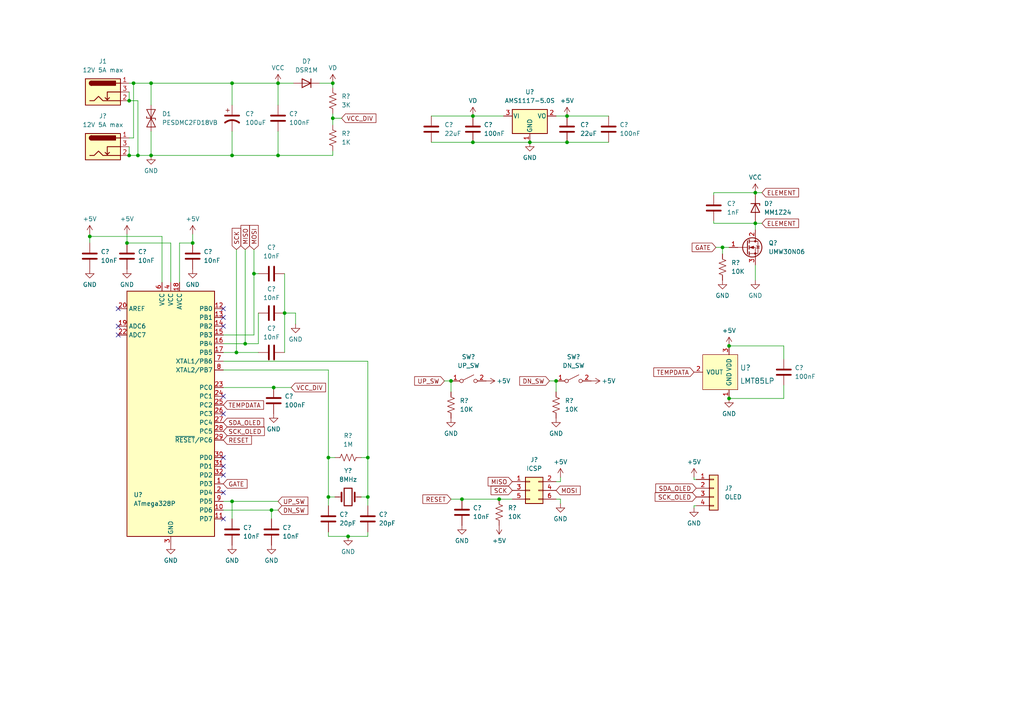
<source format=kicad_sch>
(kicad_sch (version 20211123) (generator eeschema)
  (paper "A4")
  (lib_symbols
    (symbol "Connector:Barrel_Jack_Switch" (pin_names hide)
      (property "Reference" "J" (at 0 5.334 0))
      (property "Value" "Barrel_Jack_Switch" (at 0 -5.08 0))
      (symbol "Barrel_Jack_Switch_0_1"
        (rectangle (start -5.08 3.81) (end 5.08 -3.81) (stroke (width 0.254)) (fill (type background)))
        (arc (start -3.302 3.175) (mid -3.937 2.54) (end -3.302 1.905) (stroke (width 0.254)))
        (arc (start -3.302 3.175) (mid -3.937 2.54) (end -3.302 1.905) (stroke (width 0.254)) (fill (type outline)))
        (polyline (pts (xy 1.27 -2.286) (xy 1.905 -1.651)) (stroke (width 0.254)))
        (polyline (pts (xy 5.08 2.54) (xy 3.81 2.54)) (stroke (width 0.254)))
        (polyline (pts (xy 5.08 0) (xy 1.27 0) (xy 1.27 -2.286) (xy 0.635 -1.651)) (stroke (width 0.254)))
        (polyline (pts (xy -3.81 -2.54) (xy -2.54 -2.54) (xy -1.27 -1.27) (xy 0 -2.54) (xy 2.54 -2.54) (xy 5.08 -2.54)) (stroke (width 0.254)))
        (rectangle (start 3.683 3.175) (end -3.302 1.905) (stroke (width 0.254)) (fill (type outline)))
      )
      (symbol "Barrel_Jack_Switch_1_1"
        (pin passive line (at 7.62 2.54 180) (length 2.54) (name "~") (number "1"))
        (pin passive line (at 7.62 -2.54 180) (length 2.54) (name "~") (number "2"))
        (pin passive line (at 7.62 0 180) (length 2.54) (name "~") (number "3"))
      )
    )
    (symbol "Connector_Generic:Conn_01x04" (pin_names (offset 1.016) hide)
      (property "Reference" "J" (at 0 5.08 0))
      (property "Value" "Conn_01x04" (at 0 -7.62 0))
      (symbol "Conn_01x04_1_1"
        (rectangle (start -1.27 -4.953) (end 0 -5.207) (stroke (width 0.1524)))
        (rectangle (start -1.27 -2.413) (end 0 -2.667) (stroke (width 0.1524)))
        (rectangle (start -1.27 0.127) (end 0 -0.127) (stroke (width 0.1524)))
        (rectangle (start -1.27 2.667) (end 0 2.413) (stroke (width 0.1524)))
        (rectangle (start -1.27 3.81) (end 1.27 -6.35) (stroke (width 0.254)) (fill (type background)))
        (pin passive line (at -5.08 2.54 0) (length 3.81) (name "Pin_1") (number "1"))
        (pin passive line (at -5.08 0 0) (length 3.81) (name "Pin_2") (number "2"))
        (pin passive line (at -5.08 -2.54 0) (length 3.81) (name "Pin_3") (number "3"))
        (pin passive line (at -5.08 -5.08 0) (length 3.81) (name "Pin_4") (number "4"))
      )
    )
    (symbol "Connector_Generic:Conn_02x03_Odd_Even" (pin_names (offset 1.016) hide)
      (property "Reference" "J" (at 1.27 5.08 0))
      (property "Value" "Conn_02x03_Odd_Even" (at 1.27 -5.08 0))
      (symbol "Conn_02x03_Odd_Even_1_1"
        (rectangle (start -1.27 -2.413) (end 0 -2.667) (stroke (width 0.1524)))
        (rectangle (start -1.27 0.127) (end 0 -0.127) (stroke (width 0.1524)))
        (rectangle (start -1.27 2.667) (end 0 2.413) (stroke (width 0.1524)))
        (rectangle (start -1.27 3.81) (end 3.81 -3.81) (stroke (width 0.254)) (fill (type background)))
        (rectangle (start 3.81 -2.413) (end 2.54 -2.667) (stroke (width 0.1524)))
        (rectangle (start 3.81 0.127) (end 2.54 -0.127) (stroke (width 0.1524)))
        (rectangle (start 3.81 2.667) (end 2.54 2.413) (stroke (width 0.1524)))
        (pin passive line (at -5.08 2.54 0) (length 3.81) (name "Pin_1") (number "1"))
        (pin passive line (at 7.62 2.54 180) (length 3.81) (name "Pin_2") (number "2"))
        (pin passive line (at -5.08 0 0) (length 3.81) (name "Pin_3") (number "3"))
        (pin passive line (at 7.62 0 180) (length 3.81) (name "Pin_4") (number "4"))
        (pin passive line (at -5.08 -2.54 0) (length 3.81) (name "Pin_5") (number "5"))
        (pin passive line (at 7.62 -2.54 180) (length 3.81) (name "Pin_6") (number "6"))
      )
    )
    (symbol "Device:C" (pin_numbers hide) (pin_names (offset 0.254))
      (property "Reference" "C" (at 0.635 2.54 0))
      (property "Value" "C" (at 0.635 -2.54 0))
      (symbol "C_0_1"
        (polyline (pts (xy -2.032 -0.762) (xy 2.032 -0.762)) (stroke (width 0.508)))
        (polyline (pts (xy -2.032 0.762) (xy 2.032 0.762)) (stroke (width 0.508)))
      )
      (symbol "C_1_1"
        (pin passive line (at 0 3.81 270) (length 2.794) (name "~") (number "1"))
        (pin passive line (at 0 -3.81 90) (length 2.794) (name "~") (number "2"))
      )
    )
    (symbol "Device:C_Polarized_US" (pin_numbers hide) (pin_names (offset 0.254) hide)
      (property "Reference" "C" (at 0.635 2.54 0))
      (property "Value" "C_Polarized_US" (at 0.635 -2.54 0))
      (symbol "C_Polarized_US_0_1"
        (polyline (pts (xy -2.032 0.762) (xy 2.032 0.762)) (stroke (width 0.508)))
        (polyline (pts (xy -1.778 2.286) (xy -0.762 2.286)))
        (polyline (pts (xy -1.27 1.778) (xy -1.27 2.794)))
        (arc (start 2.032 -1.27) (mid 0 -0.5572) (end -2.032 -1.27) (stroke (width 0.508)))
      )
      (symbol "C_Polarized_US_1_1"
        (pin passive line (at 0 3.81 270) (length 2.794) (name "~") (number "1"))
        (pin passive line (at 0 -3.81 90) (length 3.302) (name "~") (number "2"))
      )
    )
    (symbol "Device:Crystal" (pin_numbers hide) (pin_names (offset 1.016) hide)
      (property "Reference" "Y" (at 0 3.81 0))
      (property "Value" "Crystal" (at 0 -3.81 0))
      (symbol "Crystal_0_1"
        (rectangle (start -1.143 2.54) (end 1.143 -2.54) (stroke (width 0.3048)))
        (polyline (pts (xy -2.54 0) (xy -1.905 0)))
        (polyline (pts (xy -1.905 -1.27) (xy -1.905 1.27)) (stroke (width 0.508)))
        (polyline (pts (xy 1.905 -1.27) (xy 1.905 1.27)) (stroke (width 0.508)))
        (polyline (pts (xy 2.54 0) (xy 1.905 0)))
      )
      (symbol "Crystal_1_1"
        (pin passive line (at -3.81 0 0) (length 1.27) (name "1") (number "1"))
        (pin passive line (at 3.81 0 180) (length 1.27) (name "2") (number "2"))
      )
    )
    (symbol "Device:D" (pin_numbers hide) (pin_names (offset 1.016) hide)
      (property "Reference" "D" (at 0 2.54 0))
      (property "Value" "D" (at 0 -2.54 0))
      (symbol "D_0_1"
        (polyline (pts (xy -1.27 1.27) (xy -1.27 -1.27)) (stroke (width 0.254)))
        (polyline (pts (xy 1.27 0) (xy -1.27 0)))
        (polyline (pts (xy 1.27 1.27) (xy 1.27 -1.27) (xy -1.27 0) (xy 1.27 1.27)) (stroke (width 0.254)))
      )
      (symbol "D_1_1"
        (pin passive line (at -3.81 0 0) (length 2.54) (name "K") (number "1"))
        (pin passive line (at 3.81 0 180) (length 2.54) (name "A") (number "2"))
      )
    )
    (symbol "Device:D_Zener" (pin_numbers hide) (pin_names (offset 1.016) hide)
      (property "Reference" "D" (at 0 2.54 0))
      (property "Value" "D_Zener" (at 0 -2.54 0))
      (symbol "D_Zener_0_1"
        (polyline (pts (xy 1.27 0) (xy -1.27 0)))
        (polyline (pts (xy -1.27 -1.27) (xy -1.27 1.27) (xy -0.762 1.27)) (stroke (width 0.254)))
        (polyline (pts (xy 1.27 -1.27) (xy 1.27 1.27) (xy -1.27 0) (xy 1.27 -1.27)) (stroke (width 0.254)))
      )
      (symbol "D_Zener_1_1"
        (pin passive line (at -3.81 0 0) (length 2.54) (name "K") (number "1"))
        (pin passive line (at 3.81 0 180) (length 2.54) (name "A") (number "2"))
      )
    )
    (symbol "Device:R_US" (pin_numbers hide) (pin_names (offset 0))
      (property "Reference" "R" (at 2.54 0 90))
      (property "Value" "R_US" (at -2.54 0 90))
      (symbol "R_US_0_1"
        (polyline (pts (xy 0 -2.286) (xy 0 -2.54)))
        (polyline (pts (xy 0 2.286) (xy 0 2.54)))
        (polyline (pts (xy 0 -0.762) (xy 1.016 -1.143) (xy 0 -1.524) (xy -1.016 -1.905) (xy 0 -2.286)))
        (polyline (pts (xy 0 0.762) (xy 1.016 0.381) (xy 0 0) (xy -1.016 -0.381) (xy 0 -0.762)))
        (polyline (pts (xy 0 2.286) (xy 1.016 1.905) (xy 0 1.524) (xy -1.016 1.143) (xy 0 0.762)))
      )
      (symbol "R_US_1_1"
        (pin passive line (at 0 3.81 270) (length 1.27) (name "~") (number "1"))
        (pin passive line (at 0 -3.81 90) (length 1.27) (name "~") (number "2"))
      )
    )
    (symbol "Diode:ESD9B3.3ST5G" (pin_numbers hide) (pin_names (offset 1.016) hide)
      (property "Reference" "D" (at 0 2.54 0))
      (property "Value" "ESD9B3.3ST5G" (at 0 -2.54 0))
      (symbol "ESD9B3.3ST5G_0_1"
        (polyline (pts (xy 1.27 0) (xy -1.27 0)))
        (polyline (pts (xy -2.54 -1.27) (xy 0 0) (xy -2.54 1.27) (xy -2.54 -1.27)) (stroke (width 0.2032)))
        (polyline (pts (xy 0.508 1.27) (xy 0 1.27) (xy 0 -1.27) (xy -0.508 -1.27)) (stroke (width 0.2032)))
        (polyline (pts (xy 2.54 1.27) (xy 2.54 -1.27) (xy 0 0) (xy 2.54 1.27)) (stroke (width 0.2032)))
      )
      (symbol "ESD9B3.3ST5G_1_1"
        (pin passive line (at -3.81 0 0) (length 2.54) (name "A1") (number "1"))
        (pin passive line (at 3.81 0 180) (length 2.54) (name "A2") (number "2"))
      )
    )
    (symbol "MCU_Microchip_ATmega:ATmega328-A"
      (property "Reference" "U?" (at 2.0194 -38.1 0))
      (property "Value" "ATmega328-A" (at 2.0194 -40.64 0))
      (symbol "ATmega328-A_0_1"
        (rectangle (start -12.7 -35.56) (end 12.7 35.56) (stroke (width 0.254)) (fill (type background)))
      )
      (symbol "ATmega328-A_1_1"
        (pin bidirectional line (at 15.24 -20.32 180) (length 2.54) (name "PD3") (number "1"))
        (pin bidirectional line (at 15.24 -27.94 180) (length 2.54) (name "PD6") (number "10"))
        (pin bidirectional line (at 15.24 -30.48 180) (length 2.54) (name "PD7") (number "11"))
        (pin bidirectional line (at 15.24 30.48 180) (length 2.54) (name "PB0") (number "12"))
        (pin bidirectional line (at 15.24 27.94 180) (length 2.54) (name "PB1") (number "13"))
        (pin bidirectional line (at 15.24 25.4 180) (length 2.54) (name "PB2") (number "14"))
        (pin bidirectional line (at 15.24 22.86 180) (length 2.54) (name "PB3") (number "15"))
        (pin bidirectional line (at 15.24 20.32 180) (length 2.54) (name "PB4") (number "16"))
        (pin bidirectional line (at 15.24 17.78 180) (length 2.54) (name "PB5") (number "17"))
        (pin power_in line (at 2.54 38.1 270) (length 2.54) (name "AVCC") (number "18"))
        (pin input line (at -15.24 25.4 0) (length 2.54) (name "ADC6") (number "19"))
        (pin bidirectional line (at 15.24 -22.86 180) (length 2.54) (name "PD4") (number "2"))
        (pin passive line (at -15.24 30.48 0) (length 2.54) (name "AREF") (number "20"))
        (pin passive line (at 0 -38.1 90) (length 2.54) hide (name "GND") (number "21"))
        (pin input line (at -15.24 22.86 0) (length 2.54) (name "ADC7") (number "22"))
        (pin bidirectional line (at 15.24 7.62 180) (length 2.54) (name "PC0") (number "23"))
        (pin bidirectional line (at 15.24 5.08 180) (length 2.54) (name "PC1") (number "24"))
        (pin bidirectional line (at 15.24 2.54 180) (length 2.54) (name "PC2") (number "25"))
        (pin bidirectional line (at 15.24 0 180) (length 2.54) (name "PC3") (number "26"))
        (pin bidirectional line (at 15.24 -2.54 180) (length 2.54) (name "PC4") (number "27"))
        (pin bidirectional line (at 15.24 -5.08 180) (length 2.54) (name "PC5") (number "28"))
        (pin bidirectional line (at 15.24 -7.62 180) (length 2.54) (name "~{RESET}/PC6") (number "29"))
        (pin power_in line (at 0 -38.1 90) (length 2.54) (name "GND") (number "3"))
        (pin bidirectional line (at 15.24 -12.7 180) (length 2.54) (name "PD0") (number "30"))
        (pin bidirectional line (at 15.24 -15.24 180) (length 2.54) (name "PD1") (number "31"))
        (pin bidirectional line (at 15.24 -17.78 180) (length 2.54) (name "PD2") (number "32"))
        (pin power_in line (at 0 38.1 270) (length 2.54) (name "VCC") (number "4"))
        (pin passive line (at 0 -38.1 90) (length 2.54) hide (name "GND") (number "5"))
        (pin power_in line (at -2.54 38.1 270) (length 2.54) (name "VCC") (number "6"))
        (pin bidirectional line (at 15.24 15.24 180) (length 2.54) (name "XTAL1/PB6") (number "7"))
        (pin bidirectional line (at 15.24 12.7 180) (length 2.54) (name "XTAL2/PB7") (number "8"))
        (pin bidirectional line (at 15.24 -25.4 180) (length 2.54) (name "PD5") (number "9"))
      )
    )
    (symbol "Regulator_Linear:AMS1117-5.0" (pin_names (offset 0.254))
      (property "Reference" "U" (at -3.81 3.175 0))
      (property "Value" "AMS1117-5.0" (at 0 3.175 0))
      (symbol "AMS1117-5.0_0_1"
        (rectangle (start -5.08 -5.08) (end 5.08 1.905) (stroke (width 0.254)) (fill (type background)))
      )
      (symbol "AMS1117-5.0_1_1"
        (pin power_in line (at 0 -7.62 90) (length 2.54) (name "GND") (number "1"))
        (pin power_out line (at 7.62 0 180) (length 2.54) (name "VO") (number "2"))
        (pin power_in line (at -7.62 0 0) (length 2.54) (name "VI") (number "3"))
      )
    )
    (symbol "Switch:SW_SPST" (pin_names (offset 0) hide)
      (property "Reference" "SW" (at 0 3.175 0))
      (property "Value" "SW_SPST" (at 0 -2.54 0))
      (symbol "SW_SPST_0_0"
        (circle (center -2.032 0) (radius 0.508))
        (polyline (pts (xy -1.524 0.254) (xy 1.524 1.778)))
        (circle (center 2.032 0) (radius 0.508))
      )
      (symbol "SW_SPST_1_1"
        (pin passive line (at -5.08 0 0) (length 2.54) (name "A") (number "1"))
        (pin passive line (at 5.08 0 180) (length 2.54) (name "B") (number "2"))
      )
    )
    (symbol "Transistor_FET:STD7NK40Z" (pin_names hide)
      (property "Reference" "Q" (at 5.08 1.905 0))
      (property "Value" "STD7NK40Z" (at 5.08 0 0))
      (symbol "STD7NK40Z_0_1"
        (polyline (pts (xy 0.254 0) (xy -2.54 0)))
        (polyline (pts (xy 0.254 1.905) (xy 0.254 -1.905)) (stroke (width 0.254)))
        (polyline (pts (xy 0.762 -1.27) (xy 0.762 -2.286)) (stroke (width 0.254)))
        (polyline (pts (xy 0.762 0.508) (xy 0.762 -0.508)) (stroke (width 0.254)))
        (polyline (pts (xy 0.762 2.286) (xy 0.762 1.27)) (stroke (width 0.254)))
        (polyline (pts (xy 2.54 2.54) (xy 2.54 1.778)))
        (polyline (pts (xy 2.54 -2.54) (xy 2.54 0) (xy 0.762 0)))
        (polyline (pts (xy 0.762 -1.778) (xy 3.302 -1.778) (xy 3.302 1.778) (xy 0.762 1.778)))
        (polyline (pts (xy 1.016 0) (xy 2.032 0.381) (xy 2.032 -0.381) (xy 1.016 0)) (fill (type outline)))
        (polyline (pts (xy 2.794 0.508) (xy 2.921 0.381) (xy 3.683 0.381) (xy 3.81 0.254)))
        (polyline (pts (xy 3.302 0.381) (xy 2.921 -0.254) (xy 3.683 -0.254) (xy 3.302 0.381)))
        (circle (center 1.651 0) (radius 2.794) (stroke (width 0.254)))
        (circle (center 2.54 -1.778) (radius 0.254) (fill (type outline)))
        (circle (center 2.54 1.778) (radius 0.254) (fill (type outline)))
      )
      (symbol "STD7NK40Z_1_1"
        (pin passive line (at -5.08 0 0) (length 2.54) (name "G") (number "1"))
        (pin passive line (at 2.54 5.08 270) (length 2.54) (name "D") (number "2"))
        (pin passive line (at 2.54 -5.08 90) (length 2.54) (name "S") (number "3"))
      )
    )
    (symbol "dk_Temperature-Sensors-Analog-and-Digital-Output:LM34DZ_NOPB" (pin_names (offset 1.016))
      (property "Reference" "U" (at -3.81 6.35 0))
      (property "Value" "LM34DZ_NOPB" (at 2.54 -7.62 0))
      (symbol "LM34DZ_NOPB_0_1"
        (rectangle (start 7.62 5.08) (end -2.54 -5.08) (fill (type background)))
      )
      (symbol "LM34DZ_NOPB_1_1"
        (pin power_in line (at 0 -7.62 90) (length 2.54) (name "GND") (number "1"))
        (pin output line (at 10.16 0 180) (length 2.54) (name "VOUT") (number "2"))
        (pin power_in line (at 0 7.62 270) (length 2.54) (name "VDD") (number "3"))
      )
    )
    (symbol "power:+5V" (power) (pin_names (offset 0))
      (property "Value" "+5V" (at 0 3.556 0))
      (symbol "+5V_0_1"
        (polyline (pts (xy -0.762 1.27) (xy 0 2.54)))
        (polyline (pts (xy 0 0) (xy 0 2.54)))
        (polyline (pts (xy 0 2.54) (xy 0.762 1.27)))
      )
      (symbol "+5V_1_1"
        (pin power_in line (at 0 0 90) (length 0) hide (name "+5V") (number "1"))
      )
    )
    (symbol "power:GND" (power) (pin_names (offset 0))
      (property "Value" "GND" (at 0 -3.81 0))
      (symbol "GND_0_1"
        (polyline (pts (xy 0 0) (xy 0 -1.27) (xy 1.27 -1.27) (xy 0 -2.54) (xy -1.27 -1.27) (xy 0 -1.27)))
      )
      (symbol "GND_1_1"
        (pin power_in line (at 0 0 270) (length 0) hide (name "GND") (number "1"))
      )
    )
    (symbol "power:VCC" (power) (pin_names (offset 0))
      (property "Value" "VCC" (at 0 3.81 0))
      (symbol "VCC_0_1"
        (polyline (pts (xy -0.762 1.27) (xy 0 2.54)))
        (polyline (pts (xy 0 0) (xy 0 2.54)))
        (polyline (pts (xy 0 2.54) (xy 0.762 1.27)))
      )
      (symbol "VCC_1_1"
        (pin power_in line (at 0 0 90) (length 0) hide (name "VCC") (number "1"))
      )
    )
    (symbol "power:VD" (power) (pin_names (offset 0))
      (property "Value" "VD" (at 0 3.81 0))
      (symbol "VD_0_1"
        (polyline (pts (xy -0.762 1.27) (xy 0 2.54)))
        (polyline (pts (xy 0 0) (xy 0 2.54)))
        (polyline (pts (xy 0 2.54) (xy 0.762 1.27)))
      )
      (symbol "VD_1_1"
        (pin power_in line (at 0 0 90) (length 0) hide (name "VD") (number "1"))
      )
    )
  )
  (junction (at 78.74 147.955))
  (junction (at 67.31 24.13))
  (junction (at 68.58 102.235))
  (junction (at 38.735 24.13))
  (junction (at 43.815 24.13))
  (junction (at 211.455 115.57))
  (junction (at 40.005 45.085))
  (junction (at 144.78 144.78))
  (junction (at 106.68 144.145))
  (junction (at 219.075 64.77))
  (junction (at 26.035 68.58))
  (junction (at 37.465 29.21))
  (junction (at 82.55 90.805))
  (junction (at 137.16 33.655))
  (junction (at 95.25 132.715))
  (junction (at 71.12 99.695))
  (junction (at 96.52 34.29))
  (junction (at 37.465 45.085))
  (junction (at 80.645 45.085))
  (junction (at 133.985 144.78))
  (junction (at 137.16 41.275))
  (junction (at 219.075 55.88))
  (junction (at 67.31 45.085))
  (junction (at 211.455 100.33))
  (junction (at 106.68 132.715))
  (junction (at 161.29 110.49))
  (junction (at 95.25 144.145))
  (junction (at 79.375 112.395))
  (junction (at 55.88 70.485))
  (junction (at 43.815 45.085))
  (junction (at 96.52 24.13))
  (junction (at 67.31 145.415))
  (junction (at 80.645 24.13))
  (junction (at 164.465 41.275))
  (junction (at 164.465 33.655))
  (junction (at 100.965 155.575))
  (junction (at 153.67 41.275))
  (junction (at 130.81 110.49))
  (junction (at 209.55 71.755))
  (junction (at 73.66 79.375))
  (junction (at 36.83 70.485))
  (no_connect (at 64.77 89.535))
  (no_connect (at 34.29 89.535))
  (no_connect (at 64.77 94.615))
  (no_connect (at 34.29 94.615))
  (no_connect (at 64.77 92.075))
  (no_connect (at 34.29 97.155))
  (no_connect (at 64.77 150.495))
  (no_connect (at 64.77 142.875))
  (no_connect (at 64.77 137.795))
  (no_connect (at 64.77 114.935))
  (no_connect (at 64.77 120.015))
  (no_connect (at 64.77 135.255))
  (no_connect (at 64.77 132.715))
  (wire (pts (xy 80.645 38.1) (xy 80.645 45.085)))
  (wire (pts (xy 95.25 155.575) (xy 100.965 155.575)))
  (wire (pts (xy 73.66 79.375) (xy 74.93 79.375)))
  (wire (pts (xy 37.465 26.67) (xy 37.465 29.21)))
  (wire (pts (xy 38.735 40.005) (xy 37.465 40.005)))
  (wire (pts (xy 73.66 72.39) (xy 73.66 79.375)))
  (wire (pts (xy 49.53 81.915) (xy 49.53 70.485)))
  (wire (pts (xy 37.465 24.13) (xy 38.735 24.13)))
  (wire (pts (xy 96.52 34.29) (xy 99.06 34.29)))
  (wire (pts (xy 64.77 102.235) (xy 68.58 102.235)))
  (wire (pts (xy 161.29 110.49) (xy 161.29 113.665)))
  (wire (pts (xy 96.52 45.085) (xy 96.52 43.815)))
  (wire (pts (xy 219.075 64.135) (xy 219.075 64.77)))
  (wire (pts (xy 40.005 29.21) (xy 40.005 45.085)))
  (wire (pts (xy 106.68 132.715) (xy 106.68 144.145)))
  (wire (pts (xy 71.12 72.39) (xy 71.12 99.695)))
  (wire (pts (xy 137.16 41.275) (xy 153.67 41.275)))
  (wire (pts (xy 80.645 24.13) (xy 80.645 30.48)))
  (wire (pts (xy 64.77 97.155) (xy 73.66 97.155)))
  (wire (pts (xy 67.31 24.13) (xy 80.645 24.13)))
  (wire (pts (xy 207.01 55.88) (xy 207.01 56.515)))
  (wire (pts (xy 227.33 111.76) (xy 227.33 115.57)))
  (wire (pts (xy 79.375 112.395) (xy 84.455 112.395)))
  (wire (pts (xy 40.005 45.085) (xy 37.465 45.085)))
  (wire (pts (xy 128.905 110.49) (xy 130.81 110.49)))
  (wire (pts (xy 64.77 107.315) (xy 95.25 107.315)))
  (wire (pts (xy 130.81 110.49) (xy 130.81 113.665)))
  (wire (pts (xy 80.645 45.085) (xy 96.52 45.085)))
  (wire (pts (xy 125.095 33.655) (xy 137.16 33.655)))
  (wire (pts (xy 64.77 99.695) (xy 71.12 99.695)))
  (wire (pts (xy 38.735 24.13) (xy 43.815 24.13)))
  (wire (pts (xy 201.295 146.685) (xy 201.295 147.32)))
  (wire (pts (xy 133.985 144.78) (xy 144.78 144.78)))
  (wire (pts (xy 207.01 64.135) (xy 207.01 64.77)))
  (wire (pts (xy 137.16 33.655) (xy 146.05 33.655)))
  (wire (pts (xy 78.74 147.955) (xy 78.74 150.495)))
  (wire (pts (xy 67.31 24.13) (xy 67.31 30.48)))
  (wire (pts (xy 104.775 132.715) (xy 106.68 132.715)))
  (wire (pts (xy 95.25 132.715) (xy 95.25 144.145)))
  (wire (pts (xy 125.095 41.275) (xy 137.16 41.275)))
  (wire (pts (xy 161.29 144.78) (xy 162.56 144.78)))
  (wire (pts (xy 153.67 41.275) (xy 164.465 41.275)))
  (wire (pts (xy 26.035 67.945) (xy 26.035 68.58)))
  (wire (pts (xy 46.99 81.915) (xy 46.99 68.58)))
  (wire (pts (xy 207.645 71.755) (xy 209.55 71.755)))
  (wire (pts (xy 82.55 90.805) (xy 85.725 90.805)))
  (wire (pts (xy 80.645 24.13) (xy 85.09 24.13)))
  (wire (pts (xy 37.465 29.21) (xy 40.005 29.21)))
  (wire (pts (xy 209.55 71.755) (xy 209.55 73.66)))
  (wire (pts (xy 37.465 42.545) (xy 37.465 45.085)))
  (wire (pts (xy 219.075 55.88) (xy 219.075 56.515)))
  (wire (pts (xy 49.53 70.485) (xy 36.83 70.485)))
  (wire (pts (xy 68.58 72.39) (xy 68.58 102.235)))
  (wire (pts (xy 55.88 67.945) (xy 55.88 70.485)))
  (wire (pts (xy 96.52 25.4) (xy 96.52 24.13)))
  (wire (pts (xy 130.81 144.78) (xy 133.985 144.78)))
  (wire (pts (xy 43.815 45.085) (xy 40.005 45.085)))
  (wire (pts (xy 161.29 139.7) (xy 162.56 139.7)))
  (wire (pts (xy 80.645 147.955) (xy 78.74 147.955)))
  (wire (pts (xy 104.775 144.145) (xy 106.68 144.145)))
  (wire (pts (xy 74.93 99.695) (xy 74.93 90.805)))
  (wire (pts (xy 38.735 24.13) (xy 38.735 40.005)))
  (wire (pts (xy 82.55 90.805) (xy 82.55 102.235)))
  (wire (pts (xy 52.07 70.485) (xy 55.88 70.485)))
  (wire (pts (xy 64.77 145.415) (xy 67.31 145.415)))
  (wire (pts (xy 219.075 64.77) (xy 220.98 64.77)))
  (wire (pts (xy 144.78 144.78) (xy 148.59 144.78)))
  (wire (pts (xy 162.56 139.7) (xy 162.56 138.43)))
  (wire (pts (xy 219.075 55.88) (xy 220.98 55.88)))
  (wire (pts (xy 227.33 115.57) (xy 211.455 115.57)))
  (wire (pts (xy 82.55 79.375) (xy 82.55 90.805)))
  (wire (pts (xy 36.83 67.945) (xy 36.83 70.485)))
  (wire (pts (xy 95.25 154.305) (xy 95.25 155.575)))
  (wire (pts (xy 211.455 100.33) (xy 227.33 100.33)))
  (wire (pts (xy 43.815 24.13) (xy 43.815 30.48)))
  (wire (pts (xy 95.25 144.145) (xy 95.25 146.685)))
  (wire (pts (xy 95.25 107.315) (xy 95.25 132.715)))
  (wire (pts (xy 219.075 76.835) (xy 219.075 81.28)))
  (wire (pts (xy 227.33 100.33) (xy 227.33 104.14)))
  (wire (pts (xy 67.31 38.1) (xy 67.31 45.085)))
  (wire (pts (xy 68.58 102.235) (xy 74.93 102.235)))
  (wire (pts (xy 67.31 145.415) (xy 80.645 145.415)))
  (wire (pts (xy 97.155 144.145) (xy 95.25 144.145)))
  (wire (pts (xy 26.035 68.58) (xy 26.035 70.485)))
  (wire (pts (xy 92.71 24.13) (xy 96.52 24.13)))
  (wire (pts (xy 97.155 132.715) (xy 95.25 132.715)))
  (wire (pts (xy 162.56 144.78) (xy 162.56 146.05)))
  (wire (pts (xy 201.295 139.065) (xy 201.295 138.43)))
  (wire (pts (xy 100.965 155.575) (xy 106.68 155.575)))
  (wire (pts (xy 67.31 145.415) (xy 67.31 150.495)))
  (wire (pts (xy 64.77 147.955) (xy 78.74 147.955)))
  (wire (pts (xy 161.29 33.655) (xy 164.465 33.655)))
  (wire (pts (xy 43.815 24.13) (xy 67.31 24.13)))
  (wire (pts (xy 96.52 34.29) (xy 96.52 36.195)))
  (wire (pts (xy 164.465 41.275) (xy 176.53 41.275)))
  (wire (pts (xy 164.465 33.655) (xy 176.53 33.655)))
  (wire (pts (xy 43.815 45.085) (xy 67.31 45.085)))
  (wire (pts (xy 106.68 104.775) (xy 106.68 132.715)))
  (wire (pts (xy 43.815 38.1) (xy 43.815 45.085)))
  (wire (pts (xy 85.725 90.805) (xy 85.725 93.98)))
  (wire (pts (xy 67.31 45.085) (xy 80.645 45.085)))
  (wire (pts (xy 52.07 81.915) (xy 52.07 70.485)))
  (wire (pts (xy 96.52 33.02) (xy 96.52 34.29)))
  (wire (pts (xy 106.68 144.145) (xy 106.68 146.685)))
  (wire (pts (xy 106.68 154.305) (xy 106.68 155.575)))
  (wire (pts (xy 201.295 139.065) (xy 201.93 139.065)))
  (wire (pts (xy 64.77 112.395) (xy 79.375 112.395)))
  (wire (pts (xy 219.075 64.77) (xy 219.075 66.675)))
  (wire (pts (xy 159.385 110.49) (xy 161.29 110.49)))
  (wire (pts (xy 209.55 71.755) (xy 211.455 71.755)))
  (wire (pts (xy 71.12 99.695) (xy 74.93 99.695)))
  (wire (pts (xy 26.035 68.58) (xy 46.99 68.58)))
  (wire (pts (xy 207.01 55.88) (xy 219.075 55.88)))
  (wire (pts (xy 73.66 97.155) (xy 73.66 79.375)))
  (wire (pts (xy 64.77 104.775) (xy 106.68 104.775)))
  (wire (pts (xy 201.295 146.685) (xy 201.93 146.685)))
  (wire (pts (xy 207.01 64.77) (xy 219.075 64.77)))
  (global_label "MISO" (shape input) (at 148.59 139.7 180) (property "Intersheet References" "${INTERSHEET_REFS}" (effects hide)))
  (global_label "MOSI" (shape input) (at 73.66 72.39 90) (property "Intersheet References" "${INTERSHEET_REFS}" (effects hide)))
  (global_label "SDA_OLED" (shape input) (at 201.93 141.605 180) (property "Intersheet References" "${INTERSHEET_REFS}" (effects hide)))
  (global_label "GATE" (shape input) (at 64.77 140.335 0) (property "Intersheet References" "${INTERSHEET_REFS}" (effects hide)))
  (global_label "VCC_DIV" (shape input) (at 84.455 112.395 0) (property "Intersheet References" "${INTERSHEET_REFS}" (effects hide)))
  (global_label "ELEMENT" (shape input) (at 220.98 64.77 0) (property "Intersheet References" "${INTERSHEET_REFS}" (effects hide)))
  (global_label "DN_SW" (shape input) (at 159.385 110.49 180) (property "Intersheet References" "${INTERSHEET_REFS}" (effects hide)))
  (global_label "DN_SW" (shape input) (at 80.645 147.955 0) (property "Intersheet References" "${INTERSHEET_REFS}" (effects hide)))
  (global_label "SDA_OLED" (shape input) (at 64.77 122.555 0) (property "Intersheet References" "${INTERSHEET_REFS}" (effects hide)))
  (global_label "GATE" (shape input) (at 207.645 71.755 180) (property "Intersheet References" "${INTERSHEET_REFS}" (effects hide)))
  (global_label "ELEMENT" (shape input) (at 220.98 55.88 0) (property "Intersheet References" "${INTERSHEET_REFS}" (effects hide)))
  (global_label "MOSI" (shape input) (at 161.29 142.24 0) (property "Intersheet References" "${INTERSHEET_REFS}" (effects hide)))
  (global_label "TEMPDATA" (shape input) (at 201.295 107.95 180) (property "Intersheet References" "${INTERSHEET_REFS}" (effects hide)))
  (global_label "RESET" (shape input) (at 64.77 127.635 0) (property "Intersheet References" "${INTERSHEET_REFS}" (effects hide)))
  (global_label "UP_SW" (shape input) (at 128.905 110.49 180) (property "Intersheet References" "${INTERSHEET_REFS}" (effects hide)))
  (global_label "SCK_OLED" (shape input) (at 64.77 125.095 0) (property "Intersheet References" "${INTERSHEET_REFS}" (effects hide)))
  (global_label "SCK" (shape input) (at 68.58 72.39 90) (property "Intersheet References" "${INTERSHEET_REFS}" (effects hide)))
  (global_label "RESET" (shape input) (at 130.81 144.78 180) (property "Intersheet References" "${INTERSHEET_REFS}" (effects hide)))
  (global_label "SCK" (shape input) (at 148.59 142.24 180) (property "Intersheet References" "${INTERSHEET_REFS}" (effects hide)))
  (global_label "TEMPDATA" (shape input) (at 64.77 117.475 0) (property "Intersheet References" "${INTERSHEET_REFS}" (effects hide)))
  (global_label "UP_SW" (shape input) (at 80.645 145.415 0) (property "Intersheet References" "${INTERSHEET_REFS}" (effects hide)))
  (global_label "SCK_OLED" (shape input) (at 201.93 144.145 180) (property "Intersheet References" "${INTERSHEET_REFS}" (effects hide)))
  (global_label "MISO" (shape input) (at 71.12 72.39 90) (property "Intersheet References" "${INTERSHEET_REFS}" (effects hide)))
  (global_label "VCC_DIV" (shape input) (at 99.06 34.29 0) (property "Intersheet References" "${INTERSHEET_REFS}" (effects hide)))
  (symbol (lib_id "power:VD") (at 96.52 24.13 0) (unit 1)
    (property "Reference" "#PWR?" (effects hide))
    (property "Value" "VD" (at 96.52 19.685 0))
  )
  (symbol (lib_id "power:GND") (at 36.83 78.105 0) (unit 1)
    (property "Reference" "#PWR?" (effects hide))
    (property "Value" "GND" (at 36.83 82.55 0))
  )
  (symbol (lib_id "power:GND") (at 153.67 41.275 0) (unit 1)
    (property "Reference" "#PWR?" (effects hide))
    (property "Value" "GND" (at 153.67 45.72 0))
  )
  (symbol (lib_id "Device:C") (at 207.01 60.325 0) (unit 1)
    (property "Reference" "C?" (at 210.82 59.0549 0) (effects (justify left)))
    (property "Value" "1nF" (at 210.82 61.5949 0) (effects (justify left)))
  )
  (symbol (lib_id "Device:C") (at 95.25 150.495 0) (unit 1)
    (property "Reference" "C?" (at 98.425 149.2249 0) (effects (justify left)))
    (property "Value" "20pF" (at 98.425 151.7649 0) (effects (justify left)))
  )
  (symbol (lib_id "power:GND") (at 55.88 78.105 0) (unit 1)
    (property "Reference" "#PWR?" (effects hide))
    (property "Value" "GND" (at 55.88 82.55 0))
  )
  (symbol (lib_id "Device:C_Polarized_US") (at 67.31 34.29 0) (unit 1)
    (property "Reference" "C?" (at 71.12 33.02 0) (effects (justify left)))
    (property "Value" "100uF" (at 71.12 35.56 0) (effects (justify left)))
  )
  (symbol (lib_id "power:+5V") (at 201.295 138.43 0) (unit 1)
    (property "Reference" "#PWR?" (effects hide))
    (property "Value" "+5V" (at 201.295 133.985 0))
  )
  (symbol (lib_id "Device:C") (at 125.095 37.465 0) (unit 1)
    (property "Reference" "C?" (at 128.905 36.1949 0) (effects (justify left)))
    (property "Value" "22uF" (at 128.905 38.7349 0) (effects (justify left)))
  )
  (symbol (lib_id "Device:D_Zener") (at 219.075 60.325 270) (unit 1)
    (property "Reference" "D?" (at 221.615 59.0549 90) (effects (justify left)))
    (property "Value" "MM1Z24" (at 221.615 61.5949 90) (effects (justify left)))
  )
  (symbol (lib_id "Device:C") (at 78.74 90.805 90) (unit 1)
    (property "Reference" "C?" (at 78.74 83.82 90))
    (property "Value" "10nF" (at 78.74 86.36 90))
  )
  (symbol (lib_id "power:GND") (at 43.815 45.085 0) (unit 1)
    (property "Reference" "#PWR?" (effects hide))
    (property "Value" "GND" (at 43.815 49.53 0))
  )
  (symbol (lib_id "Device:C") (at 78.74 154.305 0) (unit 1)
    (property "Reference" "C?" (at 81.915 153.0349 0) (effects (justify left)))
    (property "Value" "10nF" (at 81.915 155.5749 0) (effects (justify left)))
  )
  (symbol (lib_id "power:GND") (at 78.74 158.115 0) (unit 1)
    (property "Reference" "#PWR?" (effects hide))
    (property "Value" "GND" (at 78.74 162.56 0))
  )
  (symbol (lib_id "Device:C") (at 67.31 154.305 0) (unit 1)
    (property "Reference" "C?" (at 70.485 153.0349 0) (effects (justify left)))
    (property "Value" "10nF" (at 70.485 155.5749 0) (effects (justify left)))
  )
  (symbol (lib_id "power:+5V") (at 164.465 33.655 0) (unit 1)
    (property "Reference" "#PWR?" (effects hide))
    (property "Value" "+5V" (at 164.465 29.21 0))
  )
  (symbol (lib_id "Diode:ESD9B3.3ST5G") (at 43.815 34.29 90) (unit 1)
    (property "Reference" "D1" (at 46.99 33.0199 90) (effects (justify right)))
    (property "Value" "PESDMC2FD18VB" (at 46.99 35.5599 90) (effects (justify right)))
    (property "Footprint" "Diode_SMD:D_SOD-923" (effects hide))
    (property "Datasheet" "https://www.onsemi.com/pub/Collateral/ESD9B-D.PDF" (effects hide))
  )
  (symbol (lib_id "power:+5V") (at 144.78 152.4 180) (unit 1)
    (property "Reference" "#PWR?" (effects hide))
    (property "Value" "+5V" (at 144.78 156.845 0))
  )
  (symbol (lib_id "power:GND") (at 85.725 93.98 0) (unit 1)
    (property "Reference" "#PWR?" (effects hide))
    (property "Value" "GND" (at 85.725 98.425 0))
  )
  (symbol (lib_id "power:VCC") (at 219.075 55.88 0) (unit 1)
    (property "Reference" "#PWR?" (effects hide))
    (property "Value" "VCC" (at 219.075 51.435 0))
  )
  (symbol (lib_id "power:+5V") (at 140.97 110.49 270) (unit 1)
    (property "Reference" "#PWR?" (effects hide))
    (property "Value" "+5V" (at 146.05 110.49 90))
  )
  (symbol (lib_id "Switch:SW_SPST") (at 135.89 110.49 0) (unit 1)
    (property "Reference" "SW?" (at 135.89 103.505 0))
    (property "Value" "UP_SW" (at 135.89 106.045 0))
  )
  (symbol (lib_id "Device:Crystal") (at 100.965 144.145 0) (unit 1)
    (property "Reference" "Y?" (at 100.965 136.525 0))
    (property "Value" "8MHz" (at 100.965 139.065 0))
  )
  (symbol (lib_id "Transistor_FET:STD7NK40Z") (at 216.535 71.755 0) (unit 1)
    (property "Reference" "Q?" (at 222.885 70.4849 0) (effects (justify left)))
    (property "Value" "UMW30N06" (at 222.885 73.0249 0) (effects (justify left)))
    (property "Footprint" "Package_TO_SOT_SMD:TO-252-2" (effects hide))
    (property "Datasheet" "https://www.st.com/resource/en/datasheet/std7nk40zt4.pdf" (effects hide))
  )
  (symbol (lib_id "power:+5V") (at 55.88 67.945 0) (unit 1)
    (property "Reference" "#PWR?" (effects hide))
    (property "Value" "+5V" (at 55.88 63.5 0))
  )
  (symbol (lib_id "MCU_Microchip_ATmega:ATmega328-A") (at 49.53 120.015 0) (unit 1)
    (property "Reference" "U?" (at 38.735 143.51 0) (effects (justify left)))
    (property "Value" "ATmega328P" (at 38.735 146.05 0) (effects (justify left)))
    (property "Footprint" "Package_QFP:TQFP-32_7x7mm_P0.8mm" (effects hide))
    (property "Datasheet" "http://ww1.microchip.com/downloads/en/DeviceDoc/ATmega328_P%20AVR%20MCU%20with%20picoPower%20Technology%20Data%20Sheet%2040001984A.pdf" (effects hide))
  )
  (symbol (lib_id "power:+5V") (at 171.45 110.49 270) (unit 1)
    (property "Reference" "#PWR?" (effects hide))
    (property "Value" "+5V" (at 176.53 110.49 90))
  )
  (symbol (lib_id "Device:C") (at 137.16 37.465 0) (unit 1)
    (property "Reference" "C?" (at 140.335 36.1949 0) (effects (justify left)))
    (property "Value" "100nF" (at 140.335 38.7349 0) (effects (justify left)))
  )
  (symbol (lib_id "power:+5V") (at 162.56 138.43 0) (unit 1)
    (property "Reference" "#PWR?" (effects hide))
    (property "Value" "+5V" (at 162.56 133.985 0))
  )
  (symbol (lib_id "power:GND") (at 211.455 115.57 0) (unit 1)
    (property "Reference" "#PWR?" (effects hide))
    (property "Value" "GND" (at 211.455 120.015 0))
  )
  (symbol (lib_id "power:GND") (at 219.075 81.28 0) (unit 1)
    (property "Reference" "#PWR?" (effects hide))
    (property "Value" "GND" (at 219.075 85.725 0))
  )
  (symbol (lib_id "power:GND") (at 100.965 155.575 0) (unit 1)
    (property "Reference" "#PWR?" (effects hide))
    (property "Value" "GND" (at 100.965 160.02 0))
  )
  (symbol (lib_id "Connector:Barrel_Jack_Switch") (at 29.845 42.545 0) (unit 1)
    (property "Reference" "J?" (at 29.845 33.655 0))
    (property "Value" "12V 5A max" (at 29.845 36.195 0))
  )
  (symbol (lib_id "Regulator_Linear:AMS1117-5.0") (at 153.67 33.655 0) (unit 1)
    (property "Reference" "U?" (at 153.67 26.67 0))
    (property "Value" "AMS1117-5.0S" (at 153.67 29.21 0))
    (property "Footprint" "Package_TO_SOT_SMD:SOT-223-3_TabPin2" (effects hide))
    (property "Datasheet" "http://www.advanced-monolithic.com/pdf/ds1117.pdf" (effects hide))
  )
  (symbol (lib_id "power:GND") (at 26.035 78.105 0) (unit 1)
    (property "Reference" "#PWR?" (effects hide))
    (property "Value" "GND" (at 26.035 82.55 0))
  )
  (symbol (lib_id "Device:D") (at 88.9 24.13 180) (unit 1)
    (property "Reference" "D?" (at 88.9 17.78 0))
    (property "Value" "DSR1M" (at 88.9 20.32 0))
  )
  (symbol (lib_id "power:GND") (at 161.29 121.285 0) (unit 1)
    (property "Reference" "#PWR?" (effects hide))
    (property "Value" "GND" (at 161.29 125.73 0))
  )
  (symbol (lib_id "Device:C") (at 133.985 148.59 0) (unit 1)
    (property "Reference" "C?" (at 137.16 147.3199 0) (effects (justify left)))
    (property "Value" "10nF" (at 137.16 149.8599 0) (effects (justify left)))
  )
  (symbol (lib_id "Device:C") (at 55.88 74.295 0) (unit 1)
    (property "Reference" "C?" (at 59.055 73.0249 0) (effects (justify left)))
    (property "Value" "10nF" (at 59.055 75.5649 0) (effects (justify left)))
  )
  (symbol (lib_id "Device:R_US") (at 96.52 29.21 0) (unit 1)
    (property "Reference" "R?" (at 99.06 27.9399 0) (effects (justify left)))
    (property "Value" "3K" (at 99.06 30.4799 0) (effects (justify left)))
  )
  (symbol (lib_id "Device:C") (at 78.74 102.235 90) (unit 1)
    (property "Reference" "C?" (at 78.74 95.25 90))
    (property "Value" "10nF" (at 78.74 97.79 90))
  )
  (symbol (lib_id "Device:R_US") (at 209.55 77.47 180) (unit 1)
    (property "Reference" "R?" (at 212.09 76.1999 0) (effects (justify right)))
    (property "Value" "10K" (at 212.09 78.7399 0) (effects (justify right)))
  )
  (symbol (lib_id "Connector_Generic:Conn_02x03_Odd_Even") (at 153.67 142.24 0) (unit 1)
    (property "Reference" "J?" (at 154.94 133.35 0))
    (property "Value" "ICSP" (at 154.94 135.89 0))
  )
  (symbol (lib_id "Device:C") (at 78.74 79.375 90) (unit 1)
    (property "Reference" "C?" (at 78.74 71.755 90))
    (property "Value" "10nF" (at 78.74 74.295 90))
  )
  (symbol (lib_id "Device:C") (at 79.375 116.205 0) (unit 1)
    (property "Reference" "C?" (at 82.55 114.9349 0) (effects (justify left)))
    (property "Value" "100nF" (at 82.55 117.4749 0) (effects (justify left)))
  )
  (symbol (lib_id "dk_Temperature-Sensors-Analog-and-Digital-Output:LM34DZ_NOPB") (at 211.455 107.95 0) (mirror y) (unit 1)
    (property "Reference" "U?" (at 214.63 106.68 0) (effects (font (size 1.524 1.524)) (justify right)))
    (property "Value" "LMT85LP" (at 214.63 110.49 0) (effects (font (size 1.524 1.524)) (justify right)))
    (property "Footprint" "digikey-footprints:TO-92-3" (effects hide))
    (property "Datasheet" "http://www.ti.com/general/docs/suppproductinfo.tsp?distId=10&gotoUrl=http%3A%2F%2Fwww.ti.com%2Flit%2Fgpn%2Flm34" (effects hide))
    (property "Digi-Key_PN" "LM34DZ/NOPB-ND" (effects hide))
    (property "MPN" "LM34DZ/NOPB" (effects hide))
    (property "Category" "Sensors, Transducers" (effects hide))
    (property "Family" "Temperature Sensors - Analog and Digital Output" (effects hide))
    (property "DK_Datasheet_Link" "http://www.ti.com/general/docs/suppproductinfo.tsp?distId=10&gotoUrl=http%3A%2F%2Fwww.ti.com%2Flit%2Fgpn%2Flm34" (effects hide))
    (property "DK_Detail_Page" "/product-detail/en/texas-instruments/LM34DZ-NOPB/LM34DZ-NOPB-ND/32485" (effects hide))
    (property "Description" "SENSOR ANALOG 32F-212F TO92-3" (effects hide))
    (property "Manufacturer" "Texas Instruments" (effects hide))
    (property "Status" "Active" (effects hide))
  )
  (symbol (lib_id "Switch:SW_SPST") (at 166.37 110.49 0) (unit 1)
    (property "Reference" "SW?" (at 166.37 103.505 0))
    (property "Value" "DN_SW" (at 166.37 106.045 0))
  )
  (symbol (lib_id "power:+5V") (at 36.83 67.945 0) (unit 1)
    (property "Reference" "#PWR?" (effects hide))
    (property "Value" "+5V" (at 36.83 63.5 0))
  )
  (symbol (lib_id "Device:R_US") (at 100.965 132.715 90) (unit 1)
    (property "Reference" "R?" (at 100.965 126.365 90))
    (property "Value" "1M" (at 100.965 128.905 90))
  )
  (symbol (lib_id "power:VD") (at 137.16 33.655 0) (unit 1)
    (property "Reference" "#PWR?" (effects hide))
    (property "Value" "VD" (at 137.16 29.21 0))
  )
  (symbol (lib_id "power:GND") (at 201.295 147.32 0) (unit 1)
    (property "Reference" "#PWR?" (effects hide))
    (property "Value" "GND" (at 201.295 151.765 0))
  )
  (symbol (lib_id "Device:R_US") (at 144.78 148.59 180) (unit 1)
    (property "Reference" "R?" (at 147.32 147.3199 0) (effects (justify right)))
    (property "Value" "10K" (at 147.32 149.8599 0) (effects (justify right)))
  )
  (symbol (lib_id "power:GND") (at 209.55 81.28 0) (unit 1)
    (property "Reference" "#PWR?" (effects hide))
    (property "Value" "GND" (at 209.55 85.725 0))
  )
  (symbol (lib_id "Device:C") (at 36.83 74.295 0) (unit 1)
    (property "Reference" "C?" (at 40.005 73.0249 0) (effects (justify left)))
    (property "Value" "10nF" (at 40.005 75.5649 0) (effects (justify left)))
  )
  (symbol (lib_id "power:VCC") (at 80.645 24.13 0) (unit 1)
    (property "Reference" "#PWR?" (effects hide))
    (property "Value" "VCC" (at 80.645 19.685 0))
  )
  (symbol (lib_id "power:GND") (at 130.81 121.285 0) (unit 1)
    (property "Reference" "#PWR?" (effects hide))
    (property "Value" "GND" (at 130.81 125.73 0))
  )
  (symbol (lib_id "Device:C") (at 176.53 37.465 0) (unit 1)
    (property "Reference" "C?" (at 179.705 36.1949 0) (effects (justify left)))
    (property "Value" "100nF" (at 179.705 38.7349 0) (effects (justify left)))
  )
  (symbol (lib_id "power:GND") (at 162.56 146.05 0) (unit 1)
    (property "Reference" "#PWR?" (effects hide))
    (property "Value" "GND" (at 162.56 150.495 0))
  )
  (symbol (lib_id "Device:R_US") (at 130.81 117.475 180) (unit 1)
    (property "Reference" "R?" (at 133.35 116.2049 0) (effects (justify right)))
    (property "Value" "10K" (at 133.35 118.7449 0) (effects (justify right)))
  )
  (symbol (lib_id "Device:C") (at 227.33 107.95 0) (unit 1)
    (property "Reference" "C?" (at 230.505 106.6799 0) (effects (justify left)))
    (property "Value" "100nF" (at 230.505 109.2199 0) (effects (justify left)))
  )
  (symbol (lib_id "Device:C") (at 164.465 37.465 0) (unit 1)
    (property "Reference" "C?" (at 168.275 36.1949 0) (effects (justify left)))
    (property "Value" "22uF" (at 168.275 38.7349 0) (effects (justify left)))
  )
  (symbol (lib_id "power:+5V") (at 211.455 100.33 0) (unit 1)
    (property "Reference" "#PWR?" (effects hide))
    (property "Value" "+5V" (at 211.455 95.885 0))
  )
  (symbol (lib_id "Device:R_US") (at 96.52 40.005 0) (unit 1)
    (property "Reference" "R?" (at 99.06 38.7349 0) (effects (justify left)))
    (property "Value" "1K" (at 99.06 41.2749 0) (effects (justify left)))
  )
  (symbol (lib_id "power:GND") (at 49.53 158.115 0) (unit 1)
    (property "Reference" "#PWR?" (effects hide))
    (property "Value" "GND" (at 49.53 162.56 0))
  )
  (symbol (lib_id "power:+5V") (at 26.035 67.945 0) (unit 1)
    (property "Reference" "#PWR?" (effects hide))
    (property "Value" "+5V" (at 26.035 63.5 0))
  )
  (symbol (lib_id "Connector_Generic:Conn_01x04") (at 207.01 141.605 0) (unit 1)
    (property "Reference" "J?" (at 210.185 141.6049 0) (effects (justify left)))
    (property "Value" "OLED" (at 210.185 144.1449 0) (effects (justify left)))
  )
  (symbol (lib_id "Device:C") (at 26.035 74.295 0) (unit 1)
    (property "Reference" "C?" (at 29.21 73.0249 0) (effects (justify left)))
    (property "Value" "10nF" (at 29.21 75.5649 0) (effects (justify left)))
  )
  (symbol (lib_id "power:GND") (at 79.375 120.015 0) (unit 1)
    (property "Reference" "#PWR?" (effects hide))
    (property "Value" "GND" (at 79.375 124.46 0))
  )
  (symbol (lib_id "Device:R_US") (at 161.29 117.475 180) (unit 1)
    (property "Reference" "R?" (at 163.83 116.2049 0) (effects (justify right)))
    (property "Value" "10K" (at 163.83 118.7449 0) (effects (justify right)))
  )
  (symbol (lib_id "power:GND") (at 133.985 152.4 0) (unit 1)
    (property "Reference" "#PWR?" (effects hide))
    (property "Value" "GND" (at 133.985 156.845 0))
  )
  (symbol (lib_id "Device:C") (at 106.68 150.495 0) (unit 1)
    (property "Reference" "C?" (at 109.855 149.2249 0) (effects (justify left)))
    (property "Value" "20pF" (at 109.855 151.7649 0) (effects (justify left)))
  )
  (symbol (lib_id "Device:C") (at 80.645 34.29 0) (unit 1)
    (property "Reference" "C?" (at 83.82 33.0199 0) (effects (justify left)))
    (property "Value" "100nF" (at 83.82 35.5599 0) (effects (justify left)))
  )
  (symbol (lib_id "Connector:Barrel_Jack_Switch") (at 29.845 26.67 0) (unit 1)
    (property "Reference" "J1" (at 29.845 17.78 0))
    (property "Value" "12V 5A max" (at 29.845 20.32 0))
  )
  (symbol (lib_id "power:GND") (at 67.31 158.115 0) (unit 1)
    (property "Reference" "#PWR?" (effects hide))
    (property "Value" "GND" (at 67.31 162.56 0))
  )
)
</source>
